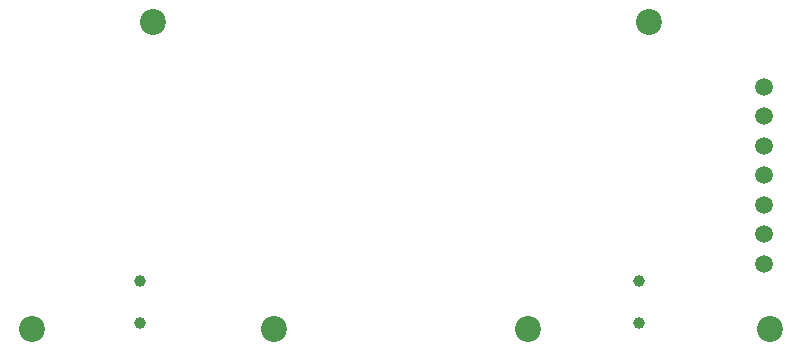
<source format=gbr>
%TF.GenerationSoftware,KiCad,Pcbnew,(5.1.10)-1*%
%TF.CreationDate,2022-06-08T22:38:54-05:00*%
%TF.ProjectId,GBOYBackController,47424f59-4261-4636-9b43-6f6e74726f6c,rev?*%
%TF.SameCoordinates,Original*%
%TF.FileFunction,Soldermask,Top*%
%TF.FilePolarity,Negative*%
%FSLAX46Y46*%
G04 Gerber Fmt 4.6, Leading zero omitted, Abs format (unit mm)*
G04 Created by KiCad (PCBNEW (5.1.10)-1) date 2022-06-08 22:38:54*
%MOMM*%
%LPD*%
G01*
G04 APERTURE LIST*
%ADD10C,1.000000*%
%ADD11C,1.500000*%
%ADD12C,2.200000*%
G04 APERTURE END LIST*
D10*
%TO.C,SW4*%
X169400000Y-98000000D03*
X169400000Y-101500000D03*
%TD*%
%TO.C,SW2*%
X127100000Y-98000000D03*
X127100000Y-101500000D03*
%TD*%
D11*
%TO.C,TP7*%
X180000000Y-86500000D03*
%TD*%
%TO.C,TP6*%
X180000000Y-81500000D03*
%TD*%
%TO.C,TP5*%
X180000000Y-84000000D03*
%TD*%
%TO.C,TP4*%
X180000000Y-89000000D03*
%TD*%
%TO.C,TP3*%
X180000000Y-91500000D03*
%TD*%
%TO.C,TP2*%
X180000000Y-94000000D03*
%TD*%
%TO.C,TP1*%
X180000000Y-96500000D03*
%TD*%
D12*
%TO.C,H5*%
X128250000Y-76000000D03*
%TD*%
%TO.C,H7*%
X180500000Y-102000000D03*
%TD*%
%TO.C,H6*%
X170250000Y-76000000D03*
%TD*%
%TO.C,H3*%
X160000000Y-102000000D03*
%TD*%
%TO.C,H2*%
X138500000Y-102000000D03*
%TD*%
%TO.C,H1*%
X118000000Y-102000000D03*
%TD*%
M02*

</source>
